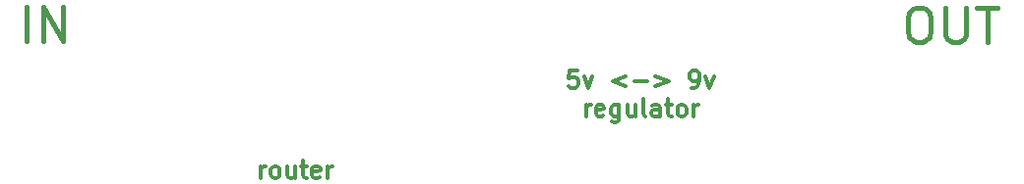
<source format=gbr>
G04 #@! TF.GenerationSoftware,KiCad,Pcbnew,5.1.10*
G04 #@! TF.CreationDate,2022-02-24T10:41:03+13:00*
G04 #@! TF.ProjectId,_rupture_panel,5f727570-7475-4726-955f-70616e656c2e,v0_2*
G04 #@! TF.SameCoordinates,Original*
G04 #@! TF.FileFunction,Legend,Top*
G04 #@! TF.FilePolarity,Positive*
%FSLAX46Y46*%
G04 Gerber Fmt 4.6, Leading zero omitted, Abs format (unit mm)*
G04 Created by KiCad (PCBNEW 5.1.10) date 2022-02-24 10:41:03*
%MOMM*%
%LPD*%
G01*
G04 APERTURE LIST*
%ADD10C,0.400000*%
%ADD11C,0.300000*%
G04 APERTURE END LIST*
D10*
X185190000Y-51717142D02*
X185761428Y-51717142D01*
X186047142Y-51860000D01*
X186332857Y-52145714D01*
X186475714Y-52717142D01*
X186475714Y-53717142D01*
X186332857Y-54288571D01*
X186047142Y-54574285D01*
X185761428Y-54717142D01*
X185190000Y-54717142D01*
X184904285Y-54574285D01*
X184618571Y-54288571D01*
X184475714Y-53717142D01*
X184475714Y-52717142D01*
X184618571Y-52145714D01*
X184904285Y-51860000D01*
X185190000Y-51717142D01*
X187761428Y-51717142D02*
X187761428Y-54145714D01*
X187904285Y-54431428D01*
X188047142Y-54574285D01*
X188332857Y-54717142D01*
X188904285Y-54717142D01*
X189190000Y-54574285D01*
X189332857Y-54431428D01*
X189475714Y-54145714D01*
X189475714Y-51717142D01*
X190475714Y-51717142D02*
X192190000Y-51717142D01*
X191332857Y-54717142D02*
X191332857Y-51717142D01*
D11*
X128800000Y-66468571D02*
X128800000Y-65468571D01*
X128800000Y-65754285D02*
X128871428Y-65611428D01*
X128942857Y-65540000D01*
X129085714Y-65468571D01*
X129228571Y-65468571D01*
X129942857Y-66468571D02*
X129800000Y-66397142D01*
X129728571Y-66325714D01*
X129657142Y-66182857D01*
X129657142Y-65754285D01*
X129728571Y-65611428D01*
X129800000Y-65540000D01*
X129942857Y-65468571D01*
X130157142Y-65468571D01*
X130300000Y-65540000D01*
X130371428Y-65611428D01*
X130442857Y-65754285D01*
X130442857Y-66182857D01*
X130371428Y-66325714D01*
X130300000Y-66397142D01*
X130157142Y-66468571D01*
X129942857Y-66468571D01*
X131728571Y-65468571D02*
X131728571Y-66468571D01*
X131085714Y-65468571D02*
X131085714Y-66254285D01*
X131157142Y-66397142D01*
X131300000Y-66468571D01*
X131514285Y-66468571D01*
X131657142Y-66397142D01*
X131728571Y-66325714D01*
X132228571Y-65468571D02*
X132800000Y-65468571D01*
X132442857Y-64968571D02*
X132442857Y-66254285D01*
X132514285Y-66397142D01*
X132657142Y-66468571D01*
X132800000Y-66468571D01*
X133871428Y-66397142D02*
X133728571Y-66468571D01*
X133442857Y-66468571D01*
X133300000Y-66397142D01*
X133228571Y-66254285D01*
X133228571Y-65682857D01*
X133300000Y-65540000D01*
X133442857Y-65468571D01*
X133728571Y-65468571D01*
X133871428Y-65540000D01*
X133942857Y-65682857D01*
X133942857Y-65825714D01*
X133228571Y-65968571D01*
X134585714Y-66468571D02*
X134585714Y-65468571D01*
X134585714Y-65754285D02*
X134657142Y-65611428D01*
X134728571Y-65540000D01*
X134871428Y-65468571D01*
X135014285Y-65468571D01*
X156800000Y-61158571D02*
X156800000Y-60158571D01*
X156800000Y-60444285D02*
X156871428Y-60301428D01*
X156942857Y-60230000D01*
X157085714Y-60158571D01*
X157228571Y-60158571D01*
X158300000Y-61087142D02*
X158157142Y-61158571D01*
X157871428Y-61158571D01*
X157728571Y-61087142D01*
X157657142Y-60944285D01*
X157657142Y-60372857D01*
X157728571Y-60230000D01*
X157871428Y-60158571D01*
X158157142Y-60158571D01*
X158300000Y-60230000D01*
X158371428Y-60372857D01*
X158371428Y-60515714D01*
X157657142Y-60658571D01*
X159657142Y-60158571D02*
X159657142Y-61372857D01*
X159585714Y-61515714D01*
X159514285Y-61587142D01*
X159371428Y-61658571D01*
X159157142Y-61658571D01*
X159014285Y-61587142D01*
X159657142Y-61087142D02*
X159514285Y-61158571D01*
X159228571Y-61158571D01*
X159085714Y-61087142D01*
X159014285Y-61015714D01*
X158942857Y-60872857D01*
X158942857Y-60444285D01*
X159014285Y-60301428D01*
X159085714Y-60230000D01*
X159228571Y-60158571D01*
X159514285Y-60158571D01*
X159657142Y-60230000D01*
X161014285Y-60158571D02*
X161014285Y-61158571D01*
X160371428Y-60158571D02*
X160371428Y-60944285D01*
X160442857Y-61087142D01*
X160585714Y-61158571D01*
X160800000Y-61158571D01*
X160942857Y-61087142D01*
X161014285Y-61015714D01*
X161942857Y-61158571D02*
X161800000Y-61087142D01*
X161728571Y-60944285D01*
X161728571Y-59658571D01*
X163157142Y-61158571D02*
X163157142Y-60372857D01*
X163085714Y-60230000D01*
X162942857Y-60158571D01*
X162657142Y-60158571D01*
X162514285Y-60230000D01*
X163157142Y-61087142D02*
X163014285Y-61158571D01*
X162657142Y-61158571D01*
X162514285Y-61087142D01*
X162442857Y-60944285D01*
X162442857Y-60801428D01*
X162514285Y-60658571D01*
X162657142Y-60587142D01*
X163014285Y-60587142D01*
X163157142Y-60515714D01*
X163657142Y-60158571D02*
X164228571Y-60158571D01*
X163871428Y-59658571D02*
X163871428Y-60944285D01*
X163942857Y-61087142D01*
X164085714Y-61158571D01*
X164228571Y-61158571D01*
X164942857Y-61158571D02*
X164800000Y-61087142D01*
X164728571Y-61015714D01*
X164657142Y-60872857D01*
X164657142Y-60444285D01*
X164728571Y-60301428D01*
X164800000Y-60230000D01*
X164942857Y-60158571D01*
X165157142Y-60158571D01*
X165300000Y-60230000D01*
X165371428Y-60301428D01*
X165442857Y-60444285D01*
X165442857Y-60872857D01*
X165371428Y-61015714D01*
X165300000Y-61087142D01*
X165157142Y-61158571D01*
X164942857Y-61158571D01*
X166085714Y-61158571D02*
X166085714Y-60158571D01*
X166085714Y-60444285D02*
X166157142Y-60301428D01*
X166228571Y-60230000D01*
X166371428Y-60158571D01*
X166514285Y-60158571D01*
D10*
X108658571Y-54637142D02*
X108658571Y-51637142D01*
X110087142Y-54637142D02*
X110087142Y-51637142D01*
X111801428Y-54637142D01*
X111801428Y-51637142D01*
D11*
X156071428Y-57178571D02*
X155357142Y-57178571D01*
X155285714Y-57892857D01*
X155357142Y-57821428D01*
X155500000Y-57750000D01*
X155857142Y-57750000D01*
X156000000Y-57821428D01*
X156071428Y-57892857D01*
X156142857Y-58035714D01*
X156142857Y-58392857D01*
X156071428Y-58535714D01*
X156000000Y-58607142D01*
X155857142Y-58678571D01*
X155500000Y-58678571D01*
X155357142Y-58607142D01*
X155285714Y-58535714D01*
X156642857Y-57678571D02*
X157000000Y-58678571D01*
X157357142Y-57678571D01*
X160214285Y-57678571D02*
X159071428Y-58107142D01*
X160214285Y-58535714D01*
X160928571Y-58107142D02*
X162071428Y-58107142D01*
X162785714Y-57678571D02*
X163928571Y-58107142D01*
X162785714Y-58535714D01*
X165857142Y-58678571D02*
X166142857Y-58678571D01*
X166285714Y-58607142D01*
X166357142Y-58535714D01*
X166500000Y-58321428D01*
X166571428Y-58035714D01*
X166571428Y-57464285D01*
X166500000Y-57321428D01*
X166428571Y-57250000D01*
X166285714Y-57178571D01*
X166000000Y-57178571D01*
X165857142Y-57250000D01*
X165785714Y-57321428D01*
X165714285Y-57464285D01*
X165714285Y-57821428D01*
X165785714Y-57964285D01*
X165857142Y-58035714D01*
X166000000Y-58107142D01*
X166285714Y-58107142D01*
X166428571Y-58035714D01*
X166500000Y-57964285D01*
X166571428Y-57821428D01*
X167071428Y-57678571D02*
X167428571Y-58678571D01*
X167785714Y-57678571D01*
M02*

</source>
